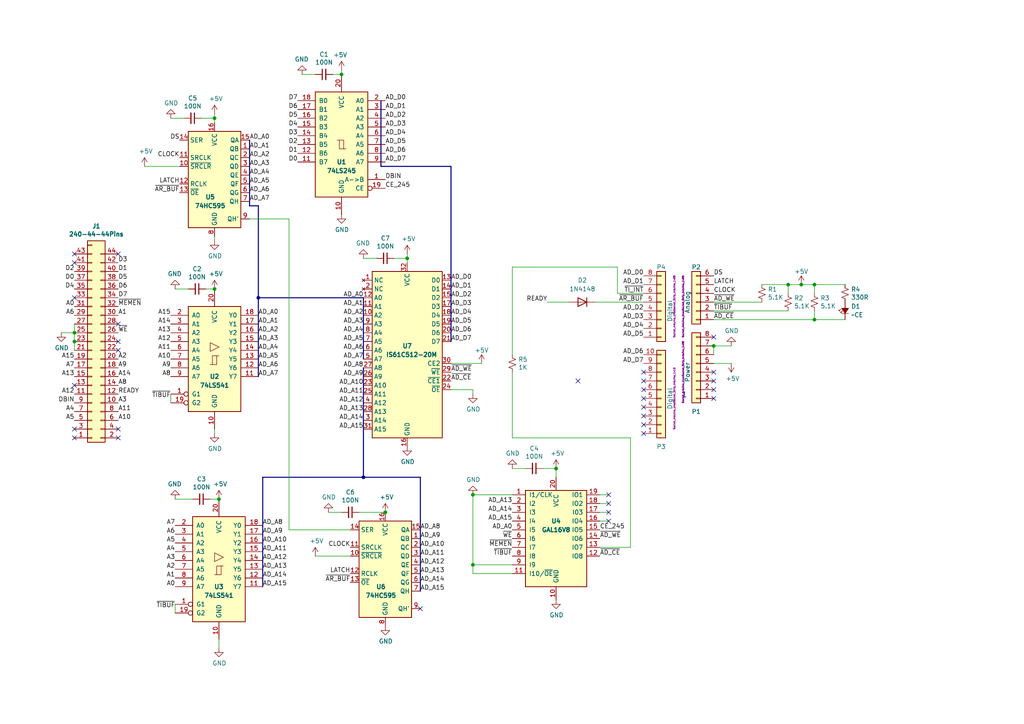
<source format=kicad_sch>
(kicad_sch (version 20211123) (generator eeschema)
  (paper "A4")
  (title_block (title "APEDSK99") (date "2022-06-21") (rev "3") (company "BG"))
  (lib_symbols
    (symbol "74xx:74HC595"
      (property "Reference" "U" (at -7.62 13.97 0))
      (property "Value" "74HC595" (at -7.62 -16.51 0))
      (symbol "74HC595_1_0"
        (pin tri_state line (at 10.16 7.62 180) (length 2.54) (name "QB") (number "1"))
        (pin input line (at -10.16 2.54 0) (length 2.54) (name "~{SRCLR}") (number "10"))
        (pin input line (at -10.16 5.08 0) (length 2.54) (name "SRCLK") (number "11"))
        (pin input line (at -10.16 -2.54 0) (length 2.54) (name "RCLK") (number "12"))
        (pin input line (at -10.16 -5.08 0) (length 2.54) (name "~{OE}") (number "13"))
        (pin input line (at -10.16 10.16 0) (length 2.54) (name "SER") (number "14"))
        (pin tri_state line (at 10.16 10.16 180) (length 2.54) (name "QA") (number "15"))
        (pin power_in line (at 0 15.24 270) (length 2.54) (name "VCC") (number "16"))
        (pin tri_state line (at 10.16 5.08 180) (length 2.54) (name "QC") (number "2"))
        (pin tri_state line (at 10.16 2.54 180) (length 2.54) (name "QD") (number "3"))
        (pin tri_state line (at 10.16 0 180) (length 2.54) (name "QE") (number "4"))
        (pin tri_state line (at 10.16 -2.54 180) (length 2.54) (name "QF") (number "5"))
        (pin tri_state line (at 10.16 -5.08 180) (length 2.54) (name "QG") (number "6"))
        (pin tri_state line (at 10.16 -7.62 180) (length 2.54) (name "QH") (number "7"))
        (pin power_in line (at 0 -17.78 90) (length 2.54) (name "GND") (number "8"))
        (pin output line (at 10.16 -12.7 180) (length 2.54) (name "QH'") (number "9"))
      )
      (symbol "74HC595_1_1"
        (rectangle (start -7.62 12.7) (end 7.62 -15.24) (stroke (width 0.254)) (fill (type background)))
      )
    )
    (symbol "74xx:74LS245" (pin_names (offset 1.016))
      (property "Reference" "U" (at -7.62 16.51 0))
      (property "Value" "74LS245" (at -7.62 -16.51 0))
      (symbol "74LS245_1_0"
        (polyline (pts (xy -0.635 -1.27) (xy -0.635 1.27) (xy 0.635 1.27)))
        (polyline (pts (xy -1.27 -1.27) (xy 0.635 -1.27) (xy 0.635 1.27) (xy 1.27 1.27)))
        (pin input line (at -12.7 -10.16 0) (length 5.08) (name "A->B") (number "1"))
        (pin power_in line (at 0 -20.32 90) (length 5.08) (name "GND") (number "10"))
        (pin tri_state line (at 12.7 -5.08 180) (length 5.08) (name "B7") (number "11"))
        (pin tri_state line (at 12.7 -2.54 180) (length 5.08) (name "B6") (number "12"))
        (pin tri_state line (at 12.7 0 180) (length 5.08) (name "B5") (number "13"))
        (pin tri_state line (at 12.7 2.54 180) (length 5.08) (name "B4") (number "14"))
        (pin tri_state line (at 12.7 5.08 180) (length 5.08) (name "B3") (number "15"))
        (pin tri_state line (at 12.7 7.62 180) (length 5.08) (name "B2") (number "16"))
        (pin tri_state line (at 12.7 10.16 180) (length 5.08) (name "B1") (number "17"))
        (pin tri_state line (at 12.7 12.7 180) (length 5.08) (name "B0") (number "18"))
        (pin input inverted (at -12.7 -12.7 0) (length 5.08) (name "CE") (number "19"))
        (pin tri_state line (at -12.7 12.7 0) (length 5.08) (name "A0") (number "2"))
        (pin power_in line (at 0 20.32 270) (length 5.08) (name "VCC") (number "20"))
        (pin tri_state line (at -12.7 10.16 0) (length 5.08) (name "A1") (number "3"))
        (pin tri_state line (at -12.7 7.62 0) (length 5.08) (name "A2") (number "4"))
        (pin tri_state line (at -12.7 5.08 0) (length 5.08) (name "A3") (number "5"))
        (pin tri_state line (at -12.7 2.54 0) (length 5.08) (name "A4") (number "6"))
        (pin tri_state line (at -12.7 0 0) (length 5.08) (name "A5") (number "7"))
        (pin tri_state line (at -12.7 -2.54 0) (length 5.08) (name "A6") (number "8"))
        (pin tri_state line (at -12.7 -5.08 0) (length 5.08) (name "A7") (number "9"))
      )
      (symbol "74LS245_1_1"
        (rectangle (start -7.62 15.24) (end 7.62 -15.24) (stroke (width 0.254)) (fill (type background)))
      )
    )
    (symbol "74xx:74LS541" (pin_names (offset 1.016))
      (property "Reference" "U" (at -7.62 16.51 0))
      (property "Value" "74LS541" (at -7.62 -16.51 0))
      (symbol "74LS541_1_0"
        (polyline (pts (xy -0.635 -1.6002) (xy -0.635 0.9398) (xy 0.635 0.9398)))
        (polyline (pts (xy -1.27 -1.6002) (xy 0.635 -1.6002) (xy 0.635 0.9398) (xy 1.27 0.9398)))
        (polyline (pts (xy 1.27 3.4798) (xy -1.27 4.7498) (xy -1.27 2.2098) (xy 1.27 3.4798)) (stroke (width 0.1524)))
        (pin input inverted (at -12.7 -10.16 0) (length 5.08) (name "G1") (number "1"))
        (pin power_in line (at 0 -20.32 90) (length 5.08) (name "GND") (number "10"))
        (pin tri_state line (at 12.7 -5.08 180) (length 5.08) (name "Y7") (number "11"))
        (pin tri_state line (at 12.7 -2.54 180) (length 5.08) (name "Y6") (number "12"))
        (pin tri_state line (at 12.7 0 180) (length 5.08) (name "Y5") (number "13"))
        (pin tri_state line (at 12.7 2.54 180) (length 5.08) (name "Y4") (number "14"))
        (pin tri_state line (at 12.7 5.08 180) (length 5.08) (name "Y3") (number "15"))
        (pin tri_state line (at 12.7 7.62 180) (length 5.08) (name "Y2") (number "16"))
        (pin tri_state line (at 12.7 10.16 180) (length 5.08) (name "Y1") (number "17"))
        (pin tri_state line (at 12.7 12.7 180) (length 5.08) (name "Y0") (number "18"))
        (pin input inverted (at -12.7 -12.7 0) (length 5.08) (name "G2") (number "19"))
        (pin input line (at -12.7 12.7 0) (length 5.08) (name "A0") (number "2"))
        (pin power_in line (at 0 20.32 270) (length 5.08) (name "VCC") (number "20"))
        (pin input line (at -12.7 10.16 0) (length 5.08) (name "A1") (number "3"))
        (pin input line (at -12.7 7.62 0) (length 5.08) (name "A2") (number "4"))
        (pin input line (at -12.7 5.08 0) (length 5.08) (name "A3") (number "5"))
        (pin input line (at -12.7 2.54 0) (length 5.08) (name "A4") (number "6"))
        (pin input line (at -12.7 0 0) (length 5.08) (name "A5") (number "7"))
        (pin input line (at -12.7 -2.54 0) (length 5.08) (name "A6") (number "8"))
        (pin input line (at -12.7 -5.08 0) (length 5.08) (name "A7") (number "9"))
      )
      (symbol "74LS541_1_1"
        (rectangle (start -7.62 15.24) (end 7.62 -15.24) (stroke (width 0.254)) (fill (type background)))
      )
    )
    (symbol "APEDSK-AU-rescue:240-44-44Pins-Connector_Generic" (pin_names (offset 1.016) hide)
      (property "Reference" "J" (at 1.27 30.48 0))
      (property "Value" "240-44-44Pins-Connector_Generic" (at 1.27 -30.48 0))
      (symbol "240-44-44Pins-Connector_Generic_1_1"
        (rectangle (start -1.27 -27.813) (end 0 -28.067) (stroke (width 0.1524)))
        (rectangle (start -1.27 -25.273) (end 0 -25.527) (stroke (width 0.1524)))
        (rectangle (start -1.27 -22.733) (end 0 -22.987) (stroke (width 0.1524)))
        (rectangle (start -1.27 -20.193) (end 0 -20.447) (stroke (width 0.1524)))
        (rectangle (start -1.27 -17.653) (end 0 -17.907) (stroke (width 0.1524)))
        (rectangle (start -1.27 -15.113) (end 0 -15.367) (stroke (width 0.1524)))
        (rectangle (start -1.27 -12.573) (end 0 -12.827) (stroke (width 0.1524)))
        (rectangle (start -1.27 -10.033) (end 0 -10.287) (stroke (width 0.1524)))
        (rectangle (start -1.27 -7.493) (end 0 -7.747) (stroke (width 0.1524)))
        (rectangle (start -1.27 -4.953) (end 0 -5.207) (stroke (width 0.1524)))
        (rectangle (start -1.27 -2.413) (end 0 -2.667) (stroke (width 0.1524)))
        (rectangle (start -1.27 0.127) (end 0 -0.127) (stroke (width 0.1524)))
        (rectangle (start -1.27 2.667) (end 0 2.413) (stroke (width 0.1524)))
        (rectangle (start -1.27 5.207) (end 0 4.953) (stroke (width 0.1524)))
        (rectangle (start -1.27 7.747) (end 0 7.493) (stroke (width 0.1524)))
        (rectangle (start -1.27 10.287) (end 0 10.033) (stroke (width 0.1524)))
        (rectangle (start -1.27 12.827) (end 0 12.573) (stroke (width 0.1524)))
        (rectangle (start -1.27 15.367) (end 0 15.113) (stroke (width 0.1524)))
        (rectangle (start -1.27 17.907) (end 0 17.653) (stroke (width 0.1524)))
        (rectangle (start -1.27 20.447) (end 0 20.193) (stroke (width 0.1524)))
        (rectangle (start -1.27 22.987) (end 0 22.733) (stroke (width 0.1524)))
        (rectangle (start -1.27 25.527) (end 0 25.273) (stroke (width 0.1524)))
        (rectangle (start -1.27 28.067) (end 0 27.813) (stroke (width 0.1524)))
        (rectangle (start -1.27 29.21) (end 3.81 -29.21) (stroke (width 0.254)) (fill (type background)))
        (rectangle (start 3.81 -25.273) (end 2.54 -25.527) (stroke (width 0.1524)))
        (rectangle (start 3.81 -22.733) (end 2.54 -22.987) (stroke (width 0.1524)))
        (rectangle (start 3.81 -20.193) (end 2.54 -20.447) (stroke (width 0.1524)))
        (rectangle (start 3.81 -17.653) (end 2.54 -17.907) (stroke (width 0.1524)))
        (rectangle (start 3.81 -15.113) (end 2.54 -15.367) (stroke (width 0.1524)))
        (rectangle (start 3.81 -12.573) (end 2.54 -12.827) (stroke (width 0.1524)))
        (rectangle (start 3.81 -10.033) (end 2.54 -10.287) (stroke (width 0.1524)))
        (rectangle (start 3.81 -7.493) (end 2.54 -7.747) (stroke (width 0.1524)))
        (rectangle (start 3.81 -4.953) (end 2.54 -5.207) (stroke (width 0.1524)))
        (rectangle (start 3.81 -2.413) (end 2.54 -2.667) (stroke (width 0.1524)))
        (rectangle (start 3.81 0.127) (end 2.54 -0.127) (stroke (width 0.1524)))
        (rectangle (start 3.81 2.667) (end 2.54 2.413) (stroke (width 0.1524)))
        (rectangle (start 3.81 5.207) (end 2.54 4.953) (stroke (width 0.1524)))
        (rectangle (start 3.81 7.747) (end 2.54 7.493) (stroke (width 0.1524)))
        (rectangle (start 3.81 10.287) (end 2.54 10.033) (stroke (width 0.1524)))
        (rectangle (start 3.81 12.827) (end 2.54 12.573) (stroke (width 0.1524)))
        (rectangle (start 3.81 15.367) (end 2.54 15.113) (stroke (width 0.1524)))
        (rectangle (start 3.81 17.907) (end 2.54 17.653) (stroke (width 0.1524)))
        (rectangle (start 3.81 20.447) (end 2.54 20.193) (stroke (width 0.1524)))
        (rectangle (start 3.81 22.987) (end 2.54 22.733) (stroke (width 0.1524)))
        (rectangle (start 3.81 25.527) (end 2.54 25.273) (stroke (width 0.1524)))
        (rectangle (start 3.81 28.067) (end 2.54 27.813) (stroke (width 0.1524)))
        (pin passive line (at -5.08 27.94 0) (length 3.81) (name "Pin_1") (number "1"))
        (pin passive line (at 7.62 17.78 180) (length 3.81) (name "Pin_10") (number "10"))
        (pin passive line (at -5.08 15.24 0) (length 3.81) (name "Pin_11") (number "11"))
        (pin passive line (at 7.62 15.24 180) (length 3.81) (name "Pin_12") (number "12"))
        (pin passive line (at -5.08 12.7 0) (length 3.81) (name "Pin_13") (number "13"))
        (pin passive line (at 7.62 12.7 180) (length 3.81) (name "Pin_14") (number "14"))
        (pin passive line (at -5.08 10.16 0) (length 3.81) (name "Pin_15") (number "15"))
        (pin passive line (at 7.62 10.16 180) (length 3.81) (name "Pin_16") (number "16"))
        (pin passive line (at -5.08 7.62 0) (length 3.81) (name "Pin_17") (number "17"))
        (pin passive line (at 7.62 7.62 180) (length 3.81) (name "Pin_18") (number "18"))
        (pin passive line (at -5.08 5.08 0) (length 3.81) (name "Pin_19") (number "19"))
        (pin passive line (at 7.62 27.94 180) (length 3.81) (name "Pin_2") (number "2"))
        (pin passive line (at 7.62 5.08 180) (length 3.81) (name "Pin_20") (number "20"))
        (pin passive line (at -5.08 2.54 0) (length 3.81) (name "Pin_21") (number "21"))
        (pin passive line (at 7.62 2.54 180) (length 3.81) (name "Pin_22") (number "22"))
        (pin passive line (at -5.08 0 0) (length 3.81) (name "Pin_23") (number "23"))
        (pin passive line (at 7.62 0 180) (length 3.81) (name "Pin_24") (number "24"))
        (pin passive line (at -5.08 -2.54 0) (length 3.81) (name "Pin_25") (number "25"))
        (pin passive line (at 7.62 -2.54 180) (length 3.81) (name "Pin_26") (number "26"))
        (pin passive line (at -5.08 -5.08 0) (length 3.81) (name "Pin_27") (number "27"))
        (pin passive line (at 7.62 -5.08 180) (length 3.81) (name "Pin_28") (number "28"))
        (pin passive line (at -5.08 -7.62 0) (length 3.81) (name "Pin_29") (number "29"))
        (pin passive line (at -5.08 25.4 0) (length 3.81) (name "Pin_3") (number "3"))
        (pin passive line (at 7.62 -7.62 180) (length 3.81) (name "Pin_30") (number "30"))
        (pin passive line (at -5.08 -10.16 0) (length 3.81) (name "Pin_31") (number "31"))
        (pin passive line (at 7.62 -10.16 180) (length 3.81) (name "Pin_32") (number "32"))
        (pin passive line (at -5.08 -12.7 0) (length 3.81) (name "Pin_33") (number "33"))
        (pin passive line (at 7.62 -12.7 180) (length 3.81) (name "Pin_34") (number "34"))
        (pin passive line (at -5.08 -15.24 0) (length 3.81) (name "Pin_35") (number "35"))
        (pin passive line (at 7.62 -15.24 180) (length 3.81) (name "Pin_36") (number "36"))
        (pin passive line (at -5.08 -17.78 0) (length 3.81) (name "Pin_37") (number "37"))
        (pin passive line (at 7.62 -17.78 180) (length 3.81) (name "Pin_38") (number "38"))
        (pin passive line (at -5.08 -20.32 0) (length 3.81) (name "Pin_39") (number "39"))
        (pin passive line (at 7.62 25.4 180) (length 3.81) (name "Pin_4") (number "4"))
        (pin passive line (at 7.62 -20.32 180) (length 3.81) (name "Pin_40") (number "40"))
        (pin passive line (at -5.08 -22.86 0) (length 3.81) (name "Pin_41") (number "41"))
        (pin passive line (at 7.62 -22.86 180) (length 3.81) (name "Pin_42") (number "42"))
        (pin passive line (at -5.08 -25.4 0) (length 3.81) (name "Pin_43") (number "43"))
        (pin passive line (at 7.62 -25.4 180) (length 3.81) (name "Pin_44") (number "44"))
        (pin passive line (at -5.08 22.86 0) (length 3.81) (name "Pin_5") (number "5"))
        (pin passive line (at 7.62 22.86 180) (length 3.81) (name "Pin_6") (number "6"))
        (pin passive line (at -5.08 20.32 0) (length 3.81) (name "Pin_7") (number "7"))
        (pin passive line (at 7.62 20.32 180) (length 3.81) (name "Pin_8") (number "8"))
        (pin passive line (at -5.08 17.78 0) (length 3.81) (name "Pin_9") (number "9"))
      )
    )
    (symbol "APEDSK-AU-rescue:GAL16V8-Logic_Programmable" (pin_names (offset 1.016))
      (property "Reference" "U" (at -8.89 16.51 0))
      (property "Value" "GAL16V8-Logic_Programmable" (at 1.27 16.51 0))
      (symbol "GAL16V8-Logic_Programmable_0_0"
        (pin power_in line (at 0 -17.78 90) (length 3.81) (name "GND") (number "10"))
        (pin power_in line (at 0 17.78 270) (length 3.81) (name "VCC") (number "20"))
      )
      (symbol "GAL16V8-Logic_Programmable_0_1"
        (rectangle (start -8.89 13.97) (end 8.89 -13.97) (stroke (width 0.254)) (fill (type background)))
      )
      (symbol "GAL16V8-Logic_Programmable_1_1"
        (pin input line (at -12.7 12.7 0) (length 3.81) (name "I1/CLK") (number "1"))
        (pin input line (at -12.7 -10.16 0) (length 3.81) (name "I10/~{OE}") (number "11"))
        (pin output line (at 12.7 -5.08 180) (length 3.81) (name "IO8") (number "12"))
        (pin output line (at 12.7 -2.54 180) (length 3.81) (name "IO7") (number "13"))
        (pin output line (at 12.7 0 180) (length 3.81) (name "IO6") (number "14"))
        (pin output line (at 12.7 2.54 180) (length 3.81) (name "IO5") (number "15"))
        (pin output line (at 12.7 5.08 180) (length 3.81) (name "IO4") (number "16"))
        (pin output line (at 12.7 7.62 180) (length 3.81) (name "I03") (number "17"))
        (pin output line (at 12.7 10.16 180) (length 3.81) (name "IO2") (number "18"))
        (pin output line (at 12.7 12.7 180) (length 3.81) (name "IO1") (number "19"))
        (pin input line (at -12.7 10.16 0) (length 3.81) (name "I2") (number "2"))
        (pin input line (at -12.7 7.62 0) (length 3.81) (name "I3") (number "3"))
        (pin input line (at -12.7 5.08 0) (length 3.81) (name "I4") (number "4"))
        (pin input line (at -12.7 2.54 0) (length 3.81) (name "I5") (number "5"))
        (pin input line (at -12.7 0 0) (length 3.81) (name "I6") (number "6"))
        (pin input line (at -12.7 -2.54 0) (length 3.81) (name "I7") (number "7"))
        (pin input line (at -12.7 -5.08 0) (length 3.81) (name "I8") (number "8"))
        (pin input line (at -12.7 -7.62 0) (length 3.81) (name "I9") (number "9"))
      )
    )
    (symbol "APEDSK-AU-rescue:IS61C512-20M-Memory_RAM"
      (property "Reference" "U" (at -10.16 23.495 0))
      (property "Value" "IS61C512-20M-Memory_RAM" (at 2.54 23.495 0))
      (symbol "IS61C512-20M-Memory_RAM_0_0"
        (pin power_in line (at 0 -27.94 90) (length 2.54) (name "GND") (number "16"))
      )
      (symbol "IS61C512-20M-Memory_RAM_0_1"
        (rectangle (start -10.16 22.86) (end 10.16 -25.4) (stroke (width 0.254)) (fill (type background)))
      )
      (symbol "IS61C512-20M-Memory_RAM_1_1"
        (pin no_connect line (at -12.7 20.32 0) (length 2.54) (name "NC") (number "1"))
        (pin input line (at -12.7 10.16 0) (length 2.54) (name "A2") (number "10"))
        (pin input line (at -12.7 12.7 0) (length 2.54) (name "A1") (number "11"))
        (pin input line (at -12.7 15.24 0) (length 2.54) (name "A0") (number "12"))
        (pin bidirectional line (at 12.7 20.32 180) (length 2.54) (name "D0") (number "13"))
        (pin bidirectional line (at 12.7 17.78 180) (length 2.54) (name "D1") (number "14"))
        (pin bidirectional line (at 12.7 15.24 180) (length 2.54) (name "D2") (number "15"))
        (pin bidirectional line (at 12.7 12.7 180) (length 2.54) (name "D3") (number "17"))
        (pin bidirectional line (at 12.7 10.16 180) (length 2.54) (name "D4") (number "18"))
        (pin bidirectional line (at 12.7 7.62 180) (length 2.54) (name "D5") (number "19"))
        (pin no_connect line (at -12.7 17.78 0) (length 2.54) (name "NC") (number "2"))
        (pin bidirectional line (at 12.7 5.08 180) (length 2.54) (name "D6") (number "20"))
        (pin bidirectional line (at 12.7 2.54 180) (length 2.54) (name "D7") (number "21"))
        (pin input line (at 12.7 -8.89 180) (length 2.54) (name "~{CE1}") (number "22"))
        (pin input line (at -12.7 -10.16 0) (length 2.54) (name "A10") (number "23"))
        (pin input line (at 12.7 -11.43 180) (length 2.54) (name "~{OE}") (number "24"))
        (pin input line (at -12.7 -12.7 0) (length 2.54) (name "A11") (number "25"))
        (pin input line (at -12.7 -7.62 0) (length 2.54) (name "A9") (number "26"))
        (pin input line (at -12.7 -5.08 0) (length 2.54) (name "A8") (number "27"))
        (pin input line (at -12.7 -17.78 0) (length 2.54) (name "A13") (number "28"))
        (pin input line (at 12.7 -6.35 180) (length 2.54) (name "~{WE}") (number "29"))
        (pin input line (at -12.7 -20.32 0) (length 2.54) (name "A14") (number "3"))
        (pin input line (at 12.7 -3.81 180) (length 2.54) (name "CE2") (number "30"))
        (pin input line (at -12.7 -22.86 0) (length 2.54) (name "A15") (number "31"))
        (pin power_in line (at 0 25.4 270) (length 2.54) (name "VCC") (number "32"))
        (pin input line (at -12.7 -15.24 0) (length 2.54) (name "A12") (number "4"))
        (pin input line (at -12.7 -2.54 0) (length 2.54) (name "A7") (number "5"))
        (pin input line (at -12.7 0 0) (length 2.54) (name "A6") (number "6"))
        (pin input line (at -12.7 2.54 0) (length 2.54) (name "A5") (number "7"))
        (pin input line (at -12.7 5.08 0) (length 2.54) (name "A4") (number "8"))
        (pin input line (at -12.7 7.62 0) (length 2.54) (name "A3") (number "9"))
      )
    )
    (symbol "APEDSK-AU-rescue:LED_Small_ALT-Device" (pin_numbers hide) (pin_names (offset 0.254) hide)
      (property "Reference" "D" (at -1.27 3.175 0))
      (property "Value" "LED_Small_ALT-Device" (at -4.445 -2.54 0))
      (symbol "LED_Small_ALT-Device_0_1"
        (polyline (pts (xy -0.762 -1.016) (xy -0.762 1.016)))
        (polyline (pts (xy 1.016 0) (xy -0.762 0)))
        (polyline (pts (xy 0.762 -1.016) (xy -0.762 0) (xy 0.762 1.016) (xy 0.762 -1.016)) (fill (type outline)))
        (polyline (pts (xy 0 0.762) (xy -0.508 1.27) (xy -0.254 1.27) (xy -0.508 1.27) (xy -0.508 1.016)))
        (polyline (pts (xy 0.508 1.27) (xy 0 1.778) (xy 0.254 1.778) (xy 0 1.778) (xy 0 1.524)))
      )
      (symbol "LED_Small_ALT-Device_1_1"
        (pin passive line (at -2.54 0 0) (length 1.778) (name "K") (number "1"))
        (pin passive line (at 2.54 0 180) (length 1.778) (name "A") (number "2"))
      )
    )
    (symbol "Connector_Generic:Conn_01x06" (pin_names (offset 1.016) hide)
      (property "Reference" "J" (at 0 7.62 0))
      (property "Value" "Conn_01x06" (at 0 -10.16 0))
      (symbol "Conn_01x06_1_1"
        (rectangle (start -1.27 -7.493) (end 0 -7.747) (stroke (width 0.1524)))
        (rectangle (start -1.27 -4.953) (end 0 -5.207) (stroke (width 0.1524)))
        (rectangle (start -1.27 -2.413) (end 0 -2.667) (stroke (width 0.1524)))
        (rectangle (start -1.27 0.127) (end 0 -0.127) (stroke (width 0.1524)))
        (rectangle (start -1.27 2.667) (end 0 2.413) (stroke (width 0.1524)))
        (rectangle (start -1.27 5.207) (end 0 4.953) (stroke (width 0.1524)))
        (rectangle (start -1.27 6.35) (end 1.27 -8.89) (stroke (width 0.254)) (fill (type background)))
        (pin passive line (at -5.08 5.08 0) (length 3.81) (name "Pin_1") (number "1"))
        (pin passive line (at -5.08 2.54 0) (length 3.81) (name "Pin_2") (number "2"))
        (pin passive line (at -5.08 0 0) (length 3.81) (name "Pin_3") (number "3"))
        (pin passive line (at -5.08 -2.54 0) (length 3.81) (name "Pin_4") (number "4"))
        (pin passive line (at -5.08 -5.08 0) (length 3.81) (name "Pin_5") (number "5"))
        (pin passive line (at -5.08 -7.62 0) (length 3.81) (name "Pin_6") (number "6"))
      )
    )
    (symbol "Connector_Generic:Conn_01x08" (pin_names (offset 1.016) hide)
      (property "Reference" "J" (at 0 10.16 0))
      (property "Value" "Conn_01x08" (at 0 -12.7 0))
      (symbol "Conn_01x08_1_1"
        (rectangle (start -1.27 -10.033) (end 0 -10.287) (stroke (width 0.1524)))
        (rectangle (start -1.27 -7.493) (end 0 -7.747) (stroke (width 0.1524)))
        (rectangle (start -1.27 -4.953) (end 0 -5.207) (stroke (width 0.1524)))
        (rectangle (start -1.27 -2.413) (end 0 -2.667) (stroke (width 0.1524)))
        (rectangle (start -1.27 0.127) (end 0 -0.127) (stroke (width 0.1524)))
        (rectangle (start -1.27 2.667) (end 0 2.413) (stroke (width 0.1524)))
        (rectangle (start -1.27 5.207) (end 0 4.953) (stroke (width 0.1524)))
        (rectangle (start -1.27 7.747) (end 0 7.493) (stroke (width 0.1524)))
        (rectangle (start -1.27 8.89) (end 1.27 -11.43) (stroke (width 0.254)) (fill (type background)))
        (pin passive line (at -5.08 7.62 0) (length 3.81) (name "Pin_1") (number "1"))
        (pin passive line (at -5.08 5.08 0) (length 3.81) (name "Pin_2") (number "2"))
        (pin passive line (at -5.08 2.54 0) (length 3.81) (name "Pin_3") (number "3"))
        (pin passive line (at -5.08 0 0) (length 3.81) (name "Pin_4") (number "4"))
        (pin passive line (at -5.08 -2.54 0) (length 3.81) (name "Pin_5") (number "5"))
        (pin passive line (at -5.08 -5.08 0) (length 3.81) (name "Pin_6") (number "6"))
        (pin passive line (at -5.08 -7.62 0) (length 3.81) (name "Pin_7") (number "7"))
        (pin passive line (at -5.08 -10.16 0) (length 3.81) (name "Pin_8") (number "8"))
      )
    )
    (symbol "Connector_Generic:Conn_01x10" (pin_names (offset 1.016) hide)
      (property "Reference" "J" (at 0 12.7 0))
      (property "Value" "Conn_01x10" (at 0 -15.24 0))
      (symbol "Conn_01x10_1_1"
        (rectangle (start -1.27 -12.573) (end 0 -12.827) (stroke (width 0.1524)))
        (rectangle (start -1.27 -10.033) (end 0 -10.287) (stroke (width 0.1524)))
        (rectangle (start -1.27 -7.493) (end 0 -7.747) (stroke (width 0.1524)))
        (rectangle (start -1.27 -4.953) (end 0 -5.207) (stroke (width 0.1524)))
        (rectangle (start -1.27 -2.413) (end 0 -2.667) (stroke (width 0.1524)))
        (rectangle (start -1.27 0.127) (end 0 -0.127) (stroke (width 0.1524)))
        (rectangle (start -1.27 2.667) (end 0 2.413) (stroke (width 0.1524)))
        (rectangle (start -1.27 5.207) (end 0 4.953) (stroke (width 0.1524)))
        (rectangle (start -1.27 7.747) (end 0 7.493) (stroke (width 0.1524)))
        (rectangle (start -1.27 10.287) (end 0 10.033) (stroke (width 0.1524)))
        (rectangle (start -1.27 11.43) (end 1.27 -13.97) (stroke (width 0.254)) (fill (type background)))
        (pin passive line (at -5.08 10.16 0) (length 3.81) (name "Pin_1") (number "1"))
        (pin passive line (at -5.08 -12.7 0) (length 3.81) (name "Pin_10") (number "10"))
        (pin passive line (at -5.08 7.62 0) (length 3.81) (name "Pin_2") (number "2"))
        (pin passive line (at -5.08 5.08 0) (length 3.81) (name "Pin_3") (number "3"))
        (pin passive line (at -5.08 2.54 0) (length 3.81) (name "Pin_4") (number "4"))
        (pin passive line (at -5.08 0 0) (length 3.81) (name "Pin_5") (number "5"))
        (pin passive line (at -5.08 -2.54 0) (length 3.81) (name "Pin_6") (number "6"))
        (pin passive line (at -5.08 -5.08 0) (length 3.81) (name "Pin_7") (number "7"))
        (pin passive line (at -5.08 -7.62 0) (length 3.81) (name "Pin_8") (number "8"))
        (pin passive line (at -5.08 -10.16 0) (length 3.81) (name "Pin_9") (number "9"))
      )
    )
    (symbol "Device:C_Small" (pin_numbers hide) (pin_names (offset 0.254) hide)
      (property "Reference" "C" (at 0.254 1.778 0))
      (property "Value" "C_Small" (at 0.254 -2.032 0))
      (symbol "C_Small_0_1"
        (polyline (pts (xy -1.524 -0.508) (xy 1.524 -0.508)) (stroke (width 0.3302)))
        (polyline (pts (xy -1.524 0.508) (xy 1.524 0.508)) (stroke (width 0.3048)))
      )
      (symbol "C_Small_1_1"
        (pin passive line (at 0 2.54 270) (length 2.032) (name "~") (number "1"))
        (pin passive line (at 0 -2.54 90) (length 2.032) (name "~") (number "2"))
      )
    )
    (symbol "Device:R_Small_US" (pin_numbers hide) (pin_names (offset 0.254) hide)
      (property "Reference" "R" (at 0.762 0.508 0))
      (property "Value" "R_Small_US" (at 0.762 -1.016 0))
      (symbol "R_Small_US_1_1"
        (polyline (pts (xy 0 0) (xy 1.016 -0.381) (xy 0 -0.762) (xy -1.016 -1.143) (xy 0 -1.524)))
        (polyline (pts (xy 0 1.524) (xy 1.016 1.143) (xy 0 0.762) (xy -1.016 0.381) (xy 0 0)))
        (pin passive line (at 0 2.54 270) (length 1.016) (name "~") (number "1"))
        (pin passive line (at 0 -2.54 90) (length 1.016) (name "~") (number "2"))
      )
    )
    (symbol "Diode:1N4148" (pin_numbers hide) (pin_names (offset 1.016) hide)
      (property "Reference" "D" (at 0 2.54 0))
      (property "Value" "1N4148" (at 0 -2.54 0))
      (symbol "1N4148_0_1"
        (polyline (pts (xy -1.27 1.27) (xy -1.27 -1.27)) (stroke (width 0.254)))
        (polyline (pts (xy 1.27 0) (xy -1.27 0)))
        (polyline (pts (xy 1.27 1.27) (xy 1.27 -1.27) (xy -1.27 0) (xy 1.27 1.27)) (stroke (width 0.254)))
      )
      (symbol "1N4148_1_1"
        (pin passive line (at -3.81 0 0) (length 2.54) (name "K") (number "1"))
        (pin passive line (at 3.81 0 180) (length 2.54) (name "A") (number "2"))
      )
    )
    (symbol "power:+5V" (power) (pin_names (offset 0))
      (property "Value" "+5V" (at 0 3.556 0))
      (symbol "+5V_0_1"
        (polyline (pts (xy -0.762 1.27) (xy 0 2.54)))
        (polyline (pts (xy 0 0) (xy 0 2.54)))
        (polyline (pts (xy 0 2.54) (xy 0.762 1.27)))
      )
      (symbol "+5V_1_1"
        (pin power_in line (at 0 0 90) (length 0) hide (name "+5V") (number "1"))
      )
    )
    (symbol "power:GND" (power) (pin_names (offset 0))
      (property "Value" "GND" (at 0 -3.81 0))
      (symbol "GND_0_1"
        (polyline (pts (xy 0 0) (xy 0 -1.27) (xy 1.27 -1.27) (xy 0 -2.54) (xy -1.27 -1.27) (xy 0 -1.27)))
      )
      (symbol "GND_1_1"
        (pin power_in line (at 0 0 270) (length 0) hide (name "GND") (number "1"))
      )
    )
  )
  (junction (at 207.01 100.33))
  (junction (at 161.29 135.89))
  (junction (at 111.76 148.59))
  (junction (at 232.41 82.55))
  (junction (at 105.41 138.43))
  (junction (at 62.23 34.29))
  (junction (at 118.11 74.93))
  (junction (at 63.5 144.78))
  (junction (at 21.59 96.52))
  (junction (at 236.22 82.55))
  (junction (at 99.06 21.59))
  (junction (at 236.22 92.71))
  (junction (at 21.59 99.06))
  (junction (at 74.93 86.36))
  (junction (at 137.16 163.83))
  (junction (at 137.16 143.51))
  (junction (at 228.6 82.55))
  (junction (at 62.23 83.82))
  (no_connect (at 207.01 110.49))
  (no_connect (at 21.59 111.76))
  (no_connect (at 21.59 127))
  (no_connect (at 176.53 143.51))
  (no_connect (at 34.29 93.98))
  (no_connect (at 186.69 118.11))
  (no_connect (at 21.59 73.66))
  (no_connect (at 186.69 123.19))
  (no_connect (at 34.29 99.06))
  (no_connect (at 176.53 148.59))
  (no_connect (at 186.69 110.49))
  (no_connect (at 21.59 76.2))
  (no_connect (at 186.69 113.03))
  (no_connect (at 207.01 113.03))
  (no_connect (at 176.53 146.05))
  (no_connect (at 186.69 120.65))
  (no_connect (at 186.69 107.95))
  (no_connect (at 186.69 125.73))
  (no_connect (at 34.29 101.6))
  (no_connect (at 34.29 127))
  (no_connect (at 167.64 110.49))
  (no_connect (at 121.92 176.53))
  (no_connect (at 207.01 115.57))
  (no_connect (at 207.01 97.79))
  (no_connect (at 21.59 124.46))
  (no_connect (at 34.29 124.46))
  (no_connect (at 186.69 115.57))
  (no_connect (at 34.29 73.66))
  (no_connect (at 176.53 151.13))
  (no_connect (at 21.59 86.36))
  (no_connect (at 207.01 107.95))
  (bus (pts (xy 72.39 59.69) (xy 74.93 59.69)))
  (wire (pts (xy 58.42 34.29) (xy 62.23 34.29)))
  (wire (pts (xy 62.23 124.46) (xy 62.23 125.73)))
  (wire (pts (xy 114.3 74.93) (xy 118.11 74.93)))
  (wire (pts (xy 130.81 105.41) (xy 139.7 105.41)))
  (wire (pts (xy 83.82 63.5) (xy 83.82 153.67)))
  (bus (pts (xy 76.2 138.43) (xy 76.2 170.18)))
  (wire (pts (xy 63.5 185.42) (xy 63.5 187.96)))
  (wire (pts (xy 21.59 99.06) (xy 21.59 101.6)))
  (wire (pts (xy 173.99 158.75) (xy 182.88 158.75)))
  (wire (pts (xy 148.59 77.47) (xy 179.07 77.47)))
  (wire (pts (xy 228.6 85.09) (xy 228.6 82.55)))
  (wire (pts (xy 130.81 113.03) (xy 137.16 113.03)))
  (wire (pts (xy 49.53 34.29) (xy 53.34 34.29)))
  (bus (pts (xy 110.49 48.26) (xy 130.81 48.26)))
  (wire (pts (xy 207.01 100.33) (xy 212.09 100.33)))
  (wire (pts (xy 21.59 99.06) (xy 21.59 96.52)))
  (bus (pts (xy 74.93 59.69) (xy 74.93 86.36)))
  (wire (pts (xy 207.01 87.63) (xy 220.98 87.63)))
  (wire (pts (xy 83.82 153.67) (xy 101.6 153.67)))
  (bus (pts (xy 110.49 29.21) (xy 110.49 48.26)))
  (wire (pts (xy 158.75 87.63) (xy 165.1 87.63)))
  (bus (pts (xy 74.93 86.36) (xy 74.93 109.22)))
  (wire (pts (xy 95.25 148.59) (xy 99.06 148.59)))
  (wire (pts (xy 148.59 135.89) (xy 152.4 135.89)))
  (wire (pts (xy 87.63 21.59) (xy 91.44 21.59)))
  (wire (pts (xy 148.59 107.95) (xy 148.59 127)))
  (wire (pts (xy 157.48 135.89) (xy 161.29 135.89)))
  (wire (pts (xy 96.52 21.59) (xy 99.06 21.59)))
  (wire (pts (xy 41.91 48.26) (xy 52.07 48.26)))
  (wire (pts (xy 236.22 82.55) (xy 245.11 82.55)))
  (wire (pts (xy 173.99 151.13) (xy 176.53 151.13)))
  (wire (pts (xy 62.23 68.58) (xy 62.23 69.85)))
  (bus (pts (xy 105.41 106.68) (xy 105.41 138.43)))
  (wire (pts (xy 59.69 83.82) (xy 62.23 83.82)))
  (wire (pts (xy 62.23 33.02) (xy 62.23 34.29)))
  (wire (pts (xy 104.14 148.59) (xy 111.76 148.59)))
  (wire (pts (xy 186.69 85.09) (xy 179.07 85.09)))
  (wire (pts (xy 50.8 83.82) (xy 54.61 83.82)))
  (wire (pts (xy 17.78 96.52) (xy 21.59 96.52)))
  (wire (pts (xy 173.99 143.51) (xy 176.53 143.51)))
  (wire (pts (xy 49.53 114.3) (xy 49.53 116.84)))
  (wire (pts (xy 118.11 74.93) (xy 118.11 73.66)))
  (bus (pts (xy 130.81 99.06) (xy 130.81 48.26)))
  (wire (pts (xy 50.8 144.78) (xy 55.88 144.78)))
  (wire (pts (xy 207.01 105.41) (xy 212.09 105.41)))
  (bus (pts (xy 76.2 138.43) (xy 105.41 138.43)))
  (wire (pts (xy 236.22 92.71) (xy 245.11 92.71)))
  (bus (pts (xy 72.39 40.64) (xy 72.39 59.69)))
  (wire (pts (xy 182.88 127) (xy 182.88 158.75)))
  (wire (pts (xy 148.59 77.47) (xy 148.59 102.87)))
  (wire (pts (xy 60.96 144.78) (xy 63.5 144.78)))
  (wire (pts (xy 148.59 166.37) (xy 137.16 166.37)))
  (wire (pts (xy 118.11 74.93) (xy 118.11 76.2)))
  (wire (pts (xy 148.59 163.83) (xy 137.16 163.83)))
  (wire (pts (xy 207.01 102.87) (xy 207.01 100.33)))
  (wire (pts (xy 50.8 175.26) (xy 50.8 177.8)))
  (bus (pts (xy 105.41 138.43) (xy 121.92 138.43)))
  (wire (pts (xy 148.59 143.51) (xy 137.16 143.51)))
  (wire (pts (xy 21.59 93.98) (xy 21.59 96.52)))
  (wire (pts (xy 236.22 90.17) (xy 236.22 92.71)))
  (wire (pts (xy 172.72 87.63) (xy 186.69 87.63)))
  (wire (pts (xy 207.01 90.17) (xy 228.6 90.17)))
  (wire (pts (xy 207.01 92.71) (xy 236.22 92.71)))
  (wire (pts (xy 105.41 74.93) (xy 109.22 74.93)))
  (bus (pts (xy 121.92 138.43) (xy 121.92 171.45)))
  (wire (pts (xy 179.07 85.09) (xy 179.07 77.47)))
  (wire (pts (xy 232.41 82.55) (xy 236.22 82.55)))
  (wire (pts (xy 91.44 161.29) (xy 101.6 161.29)))
  (wire (pts (xy 72.39 63.5) (xy 83.82 63.5)))
  (wire (pts (xy 161.29 138.43) (xy 161.29 135.89)))
  (bus (pts (xy 105.41 86.36) (xy 74.93 86.36)))
  (wire (pts (xy 173.99 146.05) (xy 176.53 146.05)))
  (bus (pts (xy 105.41 104.14) (xy 105.41 86.36)))
  (wire (pts (xy 236.22 85.09) (xy 236.22 82.55)))
  (wire (pts (xy 173.99 148.59) (xy 176.53 148.59)))
  (wire (pts (xy 137.16 113.03) (xy 137.16 114.3)))
  (wire (pts (xy 99.06 20.32) (xy 99.06 21.59)))
  (wire (pts (xy 137.16 166.37) (xy 137.16 163.83)))
  (wire (pts (xy 228.6 82.55) (xy 232.41 82.55)))
  (wire (pts (xy 148.59 127) (xy 182.88 127)))
  (wire (pts (xy 220.98 82.55) (xy 228.6 82.55)))
  (wire (pts (xy 137.16 143.51) (xy 137.16 163.83)))
  (wire (pts (xy 62.23 34.29) (xy 62.23 35.56)))
  (text "1" (at 199.39 115.57 180) (effects (font (size 1.524 1.524)) (justify right bottom)))
  (label "A0" (at 50.8 170.18 180))
  (label "AD_A13" (at 148.59 146.05 180))
  (label "~{WE}" (at 148.59 156.21 180))
  (label "AD_D7" (at 111.76 46.99 0))
  (label "AD_D5" (at 111.76 41.91 0))
  (label "AD_D1" (at 186.69 82.55 180))
  (label "AD_A9" (at 76.2 154.94 0))
  (label "AD_A0" (at 148.59 153.67 180))
  (label "D0" (at 86.36 46.99 180))
  (label "D2" (at 21.59 78.74 180))
  (label "AD_A13" (at 105.41 119.38 180))
  (label "D5" (at 86.36 34.29 180))
  (label "A5" (at 21.59 121.92 180))
  (label "D4" (at 21.59 83.82 180))
  (label "AD_D7" (at 186.69 105.41 180))
  (label "AD_A10" (at 76.2 157.48 0))
  (label "A3" (at 34.29 116.84 0))
  (label "D3" (at 86.36 39.37 180))
  (label "AD_A10" (at 121.92 158.75 0))
  (label "AD_D2" (at 186.69 90.17 180))
  (label "AD_A3" (at 74.93 99.06 0))
  (label "AD_D5" (at 130.81 93.98 0))
  (label "A11" (at 49.53 101.6 180))
  (label "~{MEMEN}" (at 34.29 88.9 0))
  (label "AD_A0" (at 74.93 91.44 0))
  (label "AD_A1" (at 105.41 88.9 180))
  (label "AD_A7" (at 105.41 104.14 180))
  (label "AD_A9" (at 121.92 156.21 0))
  (label "~{AD_WE}" (at 207.01 87.63 0))
  (label "~{AD_CE}" (at 207.01 92.71 0))
  (label "~{TIBUF}" (at 148.59 161.29 180))
  (label "D1" (at 34.29 78.74 0))
  (label "AD_A5" (at 105.41 99.06 180))
  (label "AD_D4" (at 111.76 39.37 0))
  (label "A4" (at 50.8 160.02 180))
  (label "AD_A12" (at 121.92 163.83 0))
  (label "AD_A7" (at 74.93 109.22 0))
  (label "AD_A15" (at 105.41 124.46 180))
  (label "A13" (at 49.53 96.52 180))
  (label "CE_245" (at 111.76 54.61 0))
  (label "A5" (at 50.8 157.48 180))
  (label "~{AD_CE}" (at 173.99 161.29 0))
  (label "~{TIBUF}" (at 50.8 176.53 180))
  (label "A11" (at 34.29 119.38 0))
  (label "AD_A11" (at 76.2 160.02 0))
  (label "AD_A4" (at 74.93 101.6 0))
  (label "~{TIBUF}" (at 49.53 115.57 180))
  (label "D2" (at 86.36 41.91 180))
  (label "AD_A0" (at 105.41 86.36 180))
  (label "AD_A1" (at 72.39 43.18 0))
  (label "READY" (at 158.75 87.63 180))
  (label "AD_D7" (at 130.81 99.06 0))
  (label "AD_A6" (at 72.39 55.88 0))
  (label "AD_D5" (at 186.69 97.79 180))
  (label "AD_A3" (at 72.39 48.26 0))
  (label "AD_A8" (at 121.92 153.67 0))
  (label "~{AR_BUF}" (at 101.6 168.91 180))
  (label "AD_A4" (at 105.41 96.52 180))
  (label "AD_D6" (at 130.81 96.52 0))
  (label "A9" (at 49.53 106.68 180))
  (label "AD_A14" (at 105.41 121.92 180))
  (label "A2" (at 50.8 165.1 180))
  (label "~{MEMEN}" (at 148.59 158.75 180))
  (label "AD_A8" (at 105.41 106.68 180))
  (label "A6" (at 50.8 154.94 180))
  (label "~{TI_INT}" (at 186.69 85.09 180))
  (label "A4" (at 21.59 119.38 180))
  (label "AD_D3" (at 111.76 36.83 0))
  (label "D0" (at 21.59 81.28 180))
  (label "DBIN" (at 111.76 52.07 0))
  (label "AD_A9" (at 105.41 109.22 180))
  (label "AD_A12" (at 76.2 162.56 0))
  (label "~{AD_WE}" (at 173.99 156.21 0))
  (label "A0" (at 21.59 88.9 180))
  (label "AD_A8" (at 76.2 152.4 0))
  (label "AD_D1" (at 111.76 31.75 0))
  (label "DS" (at 207.01 80.01 0))
  (label "D6" (at 34.29 83.82 0))
  (label "DBIN" (at 21.59 116.84 180))
  (label "A13" (at 21.59 109.22 180))
  (label "A10" (at 49.53 104.14 180))
  (label "AD_A13" (at 121.92 166.37 0))
  (label "D6" (at 86.36 31.75 180))
  (label "CLOCK" (at 101.6 158.75 180))
  (label "AD_D1" (at 130.81 83.82 0))
  (label "AD_A12" (at 105.41 116.84 180))
  (label "READY" (at 34.29 114.3 0))
  (label "LATCH" (at 101.6 166.37 180))
  (label "AD_D0" (at 186.69 80.01 180))
  (label "~{WE}" (at 34.29 96.52 0))
  (label "AD_D6" (at 186.69 102.87 180))
  (label "AD_A5" (at 72.39 53.34 0))
  (label "A14" (at 49.53 93.98 180))
  (label "A15" (at 49.53 91.44 180))
  (label "A2" (at 34.29 104.14 0))
  (label "AD_D2" (at 130.81 86.36 0))
  (label "CLOCK" (at 207.01 85.09 0))
  (label "AD_D2" (at 111.76 34.29 0))
  (label "AD_A11" (at 121.92 161.29 0))
  (label "AD_A0" (at 72.39 40.64 0))
  (label "AD_A10" (at 105.41 111.76 180))
  (label "A6" (at 21.59 91.44 180))
  (label "A1" (at 50.8 167.64 180))
  (label "A7" (at 21.59 106.68 180))
  (label "A15" (at 21.59 104.14 180))
  (label "D4" (at 86.36 36.83 180))
  (label "AD_A14" (at 121.92 168.91 0))
  (label "AD_A6" (at 105.41 101.6 180))
  (label "A12" (at 21.59 114.3 180))
  (label "CLOCK" (at 52.07 45.72 180))
  (label "AD_A2" (at 105.41 91.44 180))
  (label "A8" (at 34.29 111.76 0))
  (label "A14" (at 34.29 109.22 0))
  (label "AD_A14" (at 148.59 148.59 180))
  (label "AD_D4" (at 130.81 91.44 0))
  (label "~{TIBUF}" (at 207.01 90.17 0))
  (label "A12" (at 49.53 99.06 180))
  (label "D5" (at 34.29 81.28 0))
  (label "~{AR_BUF}" (at 52.07 55.88 180))
  (label "AD_A3" (at 105.41 93.98 180))
  (label "AD_D3" (at 130.81 88.9 0))
  (label "LATCH" (at 52.07 53.34 180))
  (label "AD_A15" (at 121.92 171.45 0))
  (label "AD_A5" (at 74.93 104.14 0))
  (label "AD_A13" (at 76.2 165.1 0))
  (label "DS" (at 52.07 40.64 180))
  (label "AD_A15" (at 148.59 151.13 180))
  (label "AD_D6" (at 111.76 44.45 0))
  (label "AD_A2" (at 74.93 96.52 0))
  (label "A10" (at 34.29 121.92 0))
  (label "~{AD_WE}" (at 130.81 107.95 0))
  (label "AD_A11" (at 105.41 114.3 180))
  (label "D1" (at 86.36 44.45 180))
  (label "D7" (at 86.36 29.21 180))
  (label "AD_A7" (at 72.39 58.42 0))
  (label "~{AD_CE}" (at 130.81 110.49 0))
  (label "AD_A2" (at 72.39 45.72 0))
  (label "AD_D0" (at 111.76 29.21 0))
  (label "AD_A14" (at 76.2 167.64 0))
  (label "CE_245" (at 173.99 153.67 0))
  (label "AD_A1" (at 74.93 93.98 0))
  (label "AD_D0" (at 130.81 81.28 0))
  (label "A9" (at 34.29 106.68 0))
  (label "A1" (at 34.29 91.44 0))
  (label "A7" (at 50.8 152.4 180))
  (label "AD_A15" (at 76.2 170.18 0))
  (label "AD_D3" (at 186.69 92.71 180))
  (label "AD_D4" (at 186.69 95.25 180))
  (label "AD_A6" (at 74.93 106.68 0))
  (label "A8" (at 49.53 109.22 180))
  (label "~{AR_BUF}" (at 186.69 87.63 180))
  (label "AD_A4" (at 72.39 50.8 0))
  (label "LATCH" (at 207.01 82.55 0))
  (label "A3" (at 50.8 162.56 180))
  (label "D7" (at 34.29 86.36 0))
  (label "D3" (at 34.29 76.2 0))
  (symbol (lib_id "Connector_Generic:Conn_01x08") (at 201.93 107.95 180) (unit 1)
    (property "Reference" "P1" (at 201.93 119.38 0))
    (property "Value" "Power" (at 199.39 107.95 90))
    (property "Footprint" "Socket_Arduino_Uno:Socket_Strip_Arduino_1x08" (at 198.12 107.95 90) (effects (font (size 0.508 0.508))))
  )
  (symbol (lib_id "Connector_Generic:Conn_01x06") (at 201.93 87.63 180) (unit 1)
    (property "Reference" "P2" (at 201.93 77.47 0))
    (property "Value" "Analog" (at 199.39 87.63 90))
    (property "Footprint" "Socket_Arduino_Uno:Socket_Strip_Arduino_1x06" (at 198.12 88.9 90) (effects (font (size 0.508 0.508))))
  )
  (symbol (lib_id "Connector_Generic:Conn_01x08") (at 191.77 90.17 0) (mirror x) (unit 1)
    (property "Reference" "P4" (at 191.77 77.47 0))
    (property "Value" "Digital" (at 194.31 90.17 90))
    (property "Footprint" "Socket_Arduino_Uno:Socket_Strip_Arduino_1x08" (at 195.58 88.9 90) (effects (font (size 0.508 0.508))))
  )
  (symbol (lib_id "Connector_Generic:Conn_01x10") (at 191.77 115.57 0) (mirror x) (unit 1)
    (property "Reference" "P3" (at 191.77 129.54 0))
    (property "Value" "Digital" (at 194.31 115.57 90))
    (property "Footprint" "Socket_Arduino_Uno:Socket_Strip_Arduino_1x10" (at 195.58 115.57 90) (effects (font (size 0.508 0.508))))
  )
  (symbol (lib_id "APEDSK-AU-rescue:240-44-44Pins-Connector_Generic") (at 26.67 99.06 0) (mirror x) (unit 1)
    (property "Reference" "J1" (at 27.94 65.6082 0) (effects (font bold)))
    (property "Value" "240-44-44Pins" (at 27.94 67.9196 0) (effects (font bold)))
    (property "Footprint" "Connector_PinHeader_2.54mm:PinHeader_2x22_P2.54mm_Vertical" (effects hide))
  )
  (symbol (lib_id "Device:C_Small") (at 57.15 83.82 270) (unit 1)
    (property "Reference" "C2" (at 57.15 78.0034 90))
    (property "Value" "100N" (at 57.15 80.3148 90))
    (property "Footprint" "Capacitor_THT:C_Disc_D3.0mm_W1.6mm_P2.50mm" (effects hide))
  )
  (symbol (lib_id "Device:C_Small") (at 58.42 144.78 270) (unit 1)
    (property "Reference" "C3" (at 58.42 138.9634 90))
    (property "Value" "100N" (at 58.42 141.2748 90))
    (property "Footprint" "Capacitor_THT:C_Disc_D3.0mm_W1.6mm_P2.50mm" (effects hide))
  )
  (symbol (lib_id "74xx:74HC595") (at 62.23 50.8 0) (unit 1)
    (property "Reference" "U5" (at 60.96 57.15 0) (effects (font bold)))
    (property "Value" "74HC595" (at 60.96 59.69 0) (effects (font bold)))
    (property "Footprint" "Package_DIP:DIP-16_W7.62mm" (effects hide))
    (property "Datasheet" "http://www.ti.com/lit/ds/symlink/sn74hc595.pdf" (effects hide))
  )
  (symbol (lib_id "power:+5V") (at 62.23 33.02 0) (unit 1)
    (property "Reference" "#PWR0101" (effects hide))
    (property "Value" "+5V" (at 62.611 28.6258 0))
  )
  (symbol (lib_id "power:+5V") (at 99.06 20.32 0) (mirror y) (unit 1)
    (property "Reference" "#PWR0102" (effects hide))
    (property "Value" "+5V" (at 98.679 15.9258 0))
  )
  (symbol (lib_id "Device:C_Small") (at 111.76 74.93 270) (unit 1)
    (property "Reference" "C7" (at 111.76 69.1134 90))
    (property "Value" "100N" (at 111.76 71.4248 90))
    (property "Footprint" "Capacitor_THT:C_Disc_D3.0mm_W1.6mm_P2.50mm" (effects hide))
  )
  (symbol (lib_id "Device:C_Small") (at 55.88 34.29 270) (unit 1)
    (property "Reference" "C5" (at 55.88 28.4734 90))
    (property "Value" "100N" (at 55.88 30.7848 90))
    (property "Footprint" "Capacitor_THT:C_Disc_D3.0mm_W1.6mm_P2.50mm" (effects hide))
  )
  (symbol (lib_id "Device:C_Small") (at 101.6 148.59 270) (unit 1)
    (property "Reference" "C6" (at 101.6 142.7734 90))
    (property "Value" "100N" (at 101.6 145.0848 90))
    (property "Footprint" "Capacitor_THT:C_Disc_D3.0mm_W1.6mm_P2.50mm" (effects hide))
  )
  (symbol (lib_id "Device:C_Small") (at 154.94 135.89 270) (unit 1)
    (property "Reference" "C4" (at 154.94 130.0734 90))
    (property "Value" "100N" (at 154.94 132.3848 90))
    (property "Footprint" "Capacitor_THT:C_Disc_D3.0mm_W1.6mm_P2.50mm" (effects hide))
  )
  (symbol (lib_id "power:GND") (at 49.53 34.29 0) (mirror x) (unit 1)
    (property "Reference" "#PWR0103" (effects hide))
    (property "Value" "GND" (at 49.657 29.8958 0))
  )
  (symbol (lib_id "power:GND") (at 95.25 148.59 0) (mirror x) (unit 1)
    (property "Reference" "#PWR0104" (effects hide))
    (property "Value" "GND" (at 95.377 144.1958 0))
  )
  (symbol (lib_id "power:GND") (at 148.59 135.89 0) (mirror x) (unit 1)
    (property "Reference" "#PWR0105" (effects hide))
    (property "Value" "GND" (at 148.717 131.4958 0))
  )
  (symbol (lib_id "power:GND") (at 62.23 69.85 0) (unit 1)
    (property "Reference" "#PWR0107" (effects hide))
    (property "Value" "GND" (at 62.357 74.2442 0))
  )
  (symbol (lib_id "74xx:74LS245") (at 99.06 41.91 0) (mirror y) (unit 1)
    (property "Reference" "U1" (at 99.06 46.99 0) (effects (font bold)))
    (property "Value" "74LS245" (at 99.06 49.53 0) (effects (font bold)))
    (property "Footprint" "Package_DIP:DIP-20_W7.62mm" (effects hide))
    (property "Datasheet" "http://www.ti.com/lit/gpn/sn74LS245" (effects hide))
  )
  (symbol (lib_id "Device:C_Small") (at 93.98 21.59 90) (mirror x) (unit 1)
    (property "Reference" "C1" (at 93.98 15.7734 90))
    (property "Value" "100N" (at 93.98 18.0848 90))
    (property "Footprint" "Capacitor_THT:C_Disc_D3.0mm_W1.6mm_P2.50mm" (effects hide))
  )
  (symbol (lib_id "power:+5V") (at 212.09 105.41 0) (mirror x) (unit 1)
    (property "Reference" "#PWR0110" (effects hide))
    (property "Value" "+5V" (at 212.471 109.8042 0))
  )
  (symbol (lib_id "power:GND") (at 212.09 100.33 0) (mirror x) (unit 1)
    (property "Reference" "#PWR0111" (effects hide))
    (property "Value" "GND" (at 212.217 95.9358 0))
  )
  (symbol (lib_id "power:+5V") (at 91.44 161.29 0) (unit 1)
    (property "Reference" "#PWR0112" (effects hide))
    (property "Value" "+5V" (at 91.821 156.8958 0))
  )
  (symbol (lib_id "power:+5V") (at 139.7 105.41 0) (unit 1)
    (property "Reference" "#PWR0113" (effects hide))
    (property "Value" "+5V" (at 139.7 101.6 0))
  )
  (symbol (lib_id "Device:R_Small_US") (at 220.98 85.09 0) (unit 1)
    (property "Reference" "R1" (at 222.7072 83.9216 0) (effects (justify left)))
    (property "Value" "5.1K" (at 222.7072 86.233 0) (effects (justify left)))
    (property "Footprint" "Resistor_THT:R_Axial_DIN0204_L3.6mm_D1.6mm_P5.08mm_Vertical" (effects hide))
  )
  (symbol (lib_id "Device:R_Small_US") (at 228.6 87.63 0) (unit 1)
    (property "Reference" "R2" (at 230.3272 86.4616 0) (effects (justify left)))
    (property "Value" "5.1K" (at 230.3272 88.773 0) (effects (justify left)))
    (property "Footprint" "Resistor_THT:R_Axial_DIN0204_L3.6mm_D1.6mm_P5.08mm_Vertical" (effects hide))
  )
  (symbol (lib_id "Device:R_Small_US") (at 236.22 87.63 0) (unit 1)
    (property "Reference" "R3" (at 237.9472 86.4616 0) (effects (justify left)))
    (property "Value" "5.1K" (at 237.9472 88.773 0) (effects (justify left)))
    (property "Footprint" "Resistor_THT:R_Axial_DIN0204_L3.6mm_D1.6mm_P5.08mm_Vertical" (effects hide))
  )
  (symbol (lib_id "APEDSK-AU-rescue:LED_Small_ALT-Device") (at 245.11 90.17 90) (unit 1)
    (property "Reference" "D1" (at 246.8372 88.8492 90) (effects (justify right)))
    (property "Value" "~CE" (at 246.8372 91.3384 90) (effects (justify right)))
    (property "Footprint" "LED_THT:LED_D1.8mm_W3.3mm_H2.4mm" (effects hide))
  )
  (symbol (lib_id "Device:R_Small_US") (at 245.11 85.09 0) (unit 1)
    (property "Reference" "R4" (at 246.8372 83.9216 0) (effects (justify left)))
    (property "Value" "330R" (at 246.8372 86.233 0) (effects (justify left)))
    (property "Footprint" "Resistor_THT:R_Axial_DIN0204_L3.6mm_D1.6mm_P5.08mm_Vertical" (effects hide))
  )
  (symbol (lib_id "power:+5V") (at 232.41 82.55 0) (mirror y) (unit 1)
    (property "Reference" "#PWR0114" (effects hide))
    (property "Value" "+5V" (at 232.41 78.74 0))
  )
  (symbol (lib_id "power:+5V") (at 161.29 135.89 0) (unit 1)
    (property "Reference" "#PWR0116" (effects hide))
    (property "Value" "+5V" (at 161.671 131.4958 0))
  )
  (symbol (lib_id "power:GND") (at 62.23 125.73 0) (unit 1)
    (property "Reference" "#PWR0117" (effects hide))
    (property "Value" "GND" (at 62.357 130.1242 0))
  )
  (symbol (lib_id "power:GND") (at 111.76 181.61 0) (unit 1)
    (property "Reference" "#PWR0118" (effects hide))
    (property "Value" "GND" (at 111.887 186.0042 0))
  )
  (symbol (lib_id "74xx:74LS541") (at 63.5 165.1 0) (unit 1)
    (property "Reference" "U3" (at 63.5 170.18 0) (effects (font bold)))
    (property "Value" "74LS541" (at 63.5 172.72 0) (effects (font bold)))
    (property "Footprint" "Package_DIP:DIP-20_W7.62mm" (effects hide))
    (property "Datasheet" "http://www.ti.com/lit/gpn/sn74LS244" (effects hide))
  )
  (symbol (lib_id "74xx:74HC595") (at 111.76 163.83 0) (unit 1)
    (property "Reference" "U6" (at 110.49 170.18 0) (effects (font bold)))
    (property "Value" "74HC595" (at 110.49 172.72 0) (effects (font bold)))
    (property "Footprint" "Package_DIP:DIP-16_W7.62mm" (effects hide))
    (property "Datasheet" "http://www.ti.com/lit/ds/symlink/sn74hc595.pdf" (effects hide))
  )
  (symbol (lib_id "power:GND") (at 161.29 173.99 0) (unit 1)
    (property "Reference" "#PWR0119" (effects hide))
    (property "Value" "GND" (at 161.417 178.3842 0))
  )
  (symbol (lib_id "power:+5V") (at 41.91 48.26 0) (unit 1)
    (property "Reference" "#PWR0120" (effects hide))
    (property "Value" "+5V" (at 42.291 43.8658 0))
  )
  (symbol (lib_id "power:GND") (at 87.63 21.59 180) (unit 1)
    (property "Reference" "#PWR0121" (effects hide))
    (property "Value" "GND" (at 87.503 17.1958 0))
  )
  (symbol (lib_id "power:GND") (at 17.78 96.52 0) (unit 1)
    (property "Reference" "#PWR0123" (effects hide))
    (property "Value" "GND" (at 17.907 100.9142 0))
  )
  (symbol (lib_id "power:+5V") (at 111.76 148.59 0) (unit 1)
    (property "Reference" "#PWR0125" (effects hide))
    (property "Value" "+5V" (at 112.141 144.1958 0))
  )
  (symbol (lib_id "power:+5V") (at 118.11 73.66 0) (unit 1)
    (property "Reference" "#PWR0126" (effects hide))
    (property "Value" "+5V" (at 118.491 69.2658 0))
  )
  (symbol (lib_id "74xx:74LS541") (at 62.23 104.14 0) (unit 1)
    (property "Reference" "U2" (at 62.23 109.22 0) (effects (font bold)))
    (property "Value" "74LS541" (at 62.23 111.76 0) (effects (font bold)))
    (property "Footprint" "Package_DIP:DIP-20_W7.62mm" (effects hide))
    (property "Datasheet" "http://www.ti.com/lit/gpn/sn74LS244" (effects hide))
  )
  (symbol (lib_id "power:GND") (at 50.8 83.82 180) (unit 1)
    (property "Reference" "#PWR0127" (effects hide))
    (property "Value" "GND" (at 50.673 79.4258 0))
  )
  (symbol (lib_id "power:+5V") (at 63.5 144.78 0) (unit 1)
    (property "Reference" "#PWR0128" (effects hide))
    (property "Value" "+5V" (at 63.881 140.3858 0))
  )
  (symbol (lib_id "power:GND") (at 99.06 62.23 0) (unit 1)
    (property "Reference" "#PWR0130" (effects hide))
    (property "Value" "GND" (at 99.187 66.6242 0))
  )
  (symbol (lib_id "power:+5V") (at 62.23 83.82 0) (unit 1)
    (property "Reference" "#PWR0131" (effects hide))
    (property "Value" "+5V" (at 62.611 79.4258 0))
  )
  (symbol (lib_id "power:GND") (at 105.41 74.93 180) (unit 1)
    (property "Reference" "#PWR0122" (effects hide))
    (property "Value" "GND" (at 105.283 70.5358 0))
  )
  (symbol (lib_id "power:GND") (at 50.8 144.78 180) (unit 1)
    (property "Reference" "#PWR0124" (effects hide))
    (property "Value" "GND" (at 50.673 140.3858 0))
  )
  (symbol (lib_id "power:GND") (at 137.16 114.3 0) (unit 1)
    (property "Reference" "#PWR0109" (effects hide))
    (property "Value" "GND" (at 137.287 118.6942 0))
  )
  (symbol (lib_id "Device:R_Small_US") (at 148.59 105.41 0) (unit 1)
    (property "Reference" "R5" (at 150.3172 104.2416 0) (effects (justify left)))
    (property "Value" "1K" (at 150.3172 106.553 0) (effects (justify left)))
    (property "Footprint" "Resistor_THT:R_Axial_DIN0204_L3.6mm_D1.6mm_P5.08mm_Vertical" (effects hide))
  )
  (symbol (lib_id "power:GND") (at 63.5 187.96 0) (unit 1)
    (property "Reference" "#PWR0129" (effects hide))
    (property "Value" "GND" (at 63.627 192.3542 0))
  )
  (symbol (lib_id "power:GND") (at 118.11 129.54 0) (unit 1)
    (property "Reference" "#PWR0106" (effects hide))
    (property "Value" "GND" (at 118.237 133.9342 0))
  )
  (symbol (lib_id "APEDSK-AU-rescue:GAL16V8-Logic_Programmable") (at 161.29 156.21 0) (unit 1)
    (property "Reference" "U4" (at 161.29 151.13 0) (effects (font bold)))
    (property "Value" "GAL16V8" (at 161.29 153.67 0) (effects (font bold)))
    (property "Footprint" "Package_DIP:DIP-20_W7.62mm" (effects hide))
  )
  (symbol (lib_id "APEDSK-AU-rescue:IS61C512-20M-Memory_RAM") (at 118.11 101.6 0) (unit 1)
    (property "Reference" "U7" (at 118.11 100.33 0) (effects (font bold)))
    (property "Value" "IS61C512-20M" (at 119.38 102.87 0) (effects (font bold)))
    (property "Footprint" "Package_DIP:DIP-32_W7.62mm" (effects hide))
  )
  (symbol (lib_id "power:GND") (at 137.16 143.51 0) (mirror x) (unit 1)
    (property "Reference" "#PWR0108" (effects hide))
    (property "Value" "GND" (at 137.287 139.1158 0))
  )
  (symbol (lib_id "Diode:1N4148") (at 168.91 87.63 180) (unit 1)
    (property "Reference" "D2" (at 168.91 81.28 0))
    (property "Value" "1N4148" (at 168.91 83.82 0))
    (property "Footprint" "Diode_THT:D_DO-35_SOD27_P7.62mm_Horizontal" (effects hide))
    (property "Datasheet" "https://assets.nexperia.com/documents/data-sheet/1N4148_1N4448.pdf" (effects hide))
  )
)
</source>
